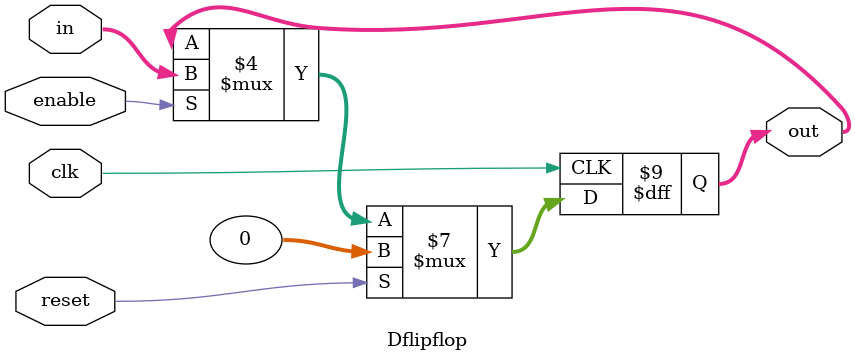
<source format=v>
module Dflipflop (clk,reset,in,enable,out);

parameter DWIDTH=32;

input wire clk;
input wire reset;
input wire signed [DWIDTH-1:0] in;
output reg signed [DWIDTH-1:0] out;
input wire enable;

always @(posedge clk)
begin
	if (reset)
	  begin
		out <= 32'b00000000000000000000000000000000;
	  end
	else 
	  begin
		if (enable==1)
		  begin
			out <= in;
		  end
		else
		  begin
			out <= out;
		  end
	  end
end

/*
Dflipflop_1bit DFF_0(.clk(clk), .in(in[0]), .enable(enable), .out(out[0]));
Dflipflop_1bit DFF_1(.clk(clk), .in(in[1]), .enable(enable), .out(out[1]));
Dflipflop_1bit DFF_2(.clk(clk), .in(in[2]), .enable(enable), .out(out[2]));
Dflipflop_1bit DFF_3(.clk(clk), .in(in[3]), .enable(enable), .out(out[3]));
Dflipflop_1bit DFF_4(.clk(clk), .in(in[4]), .enable(enable), .out(out[4]));
Dflipflop_1bit DFF_5(.clk(clk), .in(in[5]), .enable(enable), .out(out[5]));
Dflipflop_1bit DFF_6(.clk(clk), .in(in[6]), .enable(enable), .out(out[6]));
Dflipflop_1bit DFF_7(.clk(clk), .in(in[7]), .enable(enable), .out(out[7]));
Dflipflop_1bit DFF_8(.clk(clk), .in(in[8]), .enable(enable), .out(out[8]));
Dflipflop_1bit DFF_9(.clk(clk), .in(in[9]), .enable(enable), .out(out[9]));
Dflipflop_1bit DFF_10(.clk(clk), .in(in[10]), .enable(enable), .out(out[10]));
Dflipflop_1bit DFF_11(.clk(clk), .in(in[11]), .enable(enable), .out(out[11]));
Dflipflop_1bit DFF_12(.clk(clk), .in(in[12]), .enable(enable), .out(out[12]));
Dflipflop_1bit DFF_13(.clk(clk), .in(in[13]), .enable(enable), .out(out[13]));
Dflipflop_1bit DFF_14(.clk(clk), .in(in[14]), .enable(enable), .out(out[14]));
Dflipflop_1bit DFF_15(.clk(clk), .in(in[15]), .enable(enable), .out(out[15]));
*/

endmodule
</source>
